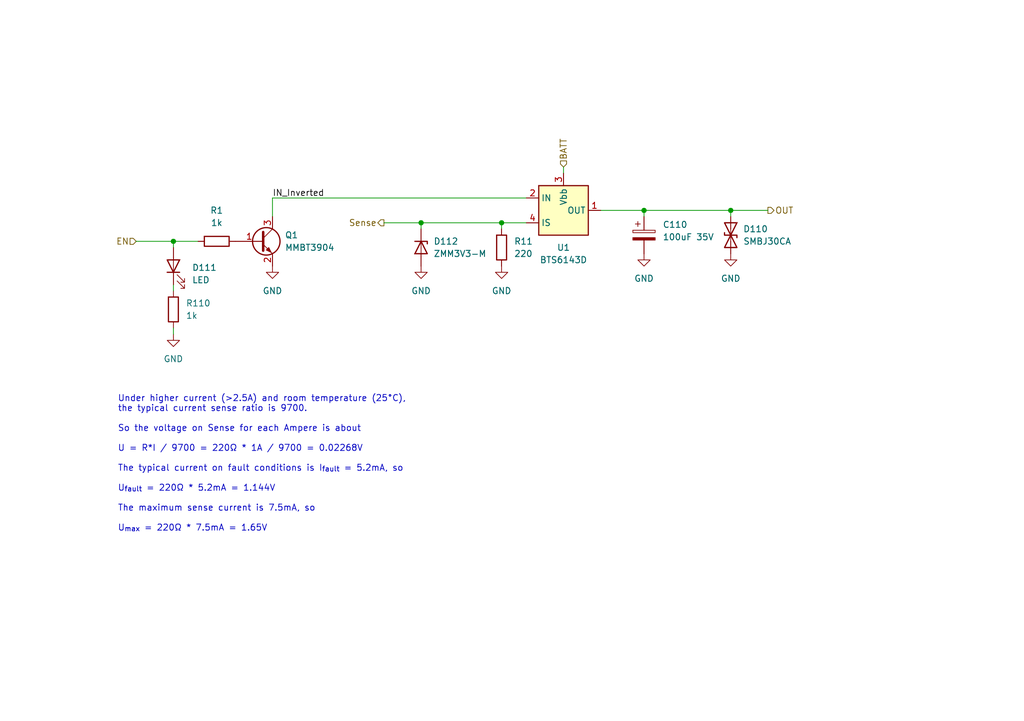
<source format=kicad_sch>
(kicad_sch (version 20230121) (generator eeschema)
  (paper "A5")
  (title_block (title "Output stage") (date "2023-07-05") (company "Raphael Peters"))
  (lib_symbols
    (symbol "Device:C_Polarized" (pin_numbers hide) (pin_names (offset 0.254))
      (property "Reference" "C" (at 0.635 2.54 0))
      (property "Value" "C_Polarized" (at 0.635 -2.54 0))
      (symbol "C_Polarized_0_1"
        (rectangle (start -2.286 0.508) (end 2.286 1.016))
        (polyline (pts (xy -1.778 2.286) (xy -0.762 2.286)))
        (polyline (pts (xy -1.27 2.794) (xy -1.27 1.778)))
        (rectangle (start 2.286 -0.508) (end -2.286 -1.016) (fill (type outline)))
      )
      (symbol "C_Polarized_1_1"
        (pin passive line (at 0 3.81 270) (length 2.794) (name "~") (number "1"))
        (pin passive line (at 0 -3.81 90) (length 2.794) (name "~") (number "2"))
      )
    )
    (symbol "Device:D_TVS" (pin_numbers hide) (pin_names (offset 1.016) hide)
      (property "Reference" "D" (at 0 2.54 0))
      (property "Value" "D_TVS" (at 0 -2.54 0))
      (symbol "D_TVS_0_1"
        (polyline (pts (xy 1.27 0) (xy -1.27 0)))
        (polyline (pts (xy 0.508 1.27) (xy 0 1.27) (xy 0 -1.27) (xy -0.508 -1.27)) (stroke (width 0.254)))
        (polyline (pts (xy -2.54 1.27) (xy -2.54 -1.27) (xy 2.54 1.27) (xy 2.54 -1.27) (xy -2.54 1.27)) (stroke (width 0.254)))
      )
      (symbol "D_TVS_1_1"
        (pin passive line (at -3.81 0 0) (length 2.54) (name "A1") (number "1"))
        (pin passive line (at 3.81 0 180) (length 2.54) (name "A2") (number "2"))
      )
    )
    (symbol "Device:LED" (pin_numbers hide) (pin_names (offset 1.016) hide)
      (property "Reference" "D" (at 0 2.54 0))
      (property "Value" "LED" (at 0 -2.54 0))
      (symbol "LED_0_1"
        (polyline (pts (xy -1.27 -1.27) (xy -1.27 1.27)) (stroke (width 0.254)))
        (polyline (pts (xy -1.27 0) (xy 1.27 0)))
        (polyline (pts (xy 1.27 -1.27) (xy 1.27 1.27) (xy -1.27 0) (xy 1.27 -1.27)) (stroke (width 0.254)))
        (polyline (pts (xy -3.048 -0.762) (xy -4.572 -2.286) (xy -3.81 -2.286) (xy -4.572 -2.286) (xy -4.572 -1.524)))
        (polyline (pts (xy -1.778 -0.762) (xy -3.302 -2.286) (xy -2.54 -2.286) (xy -3.302 -2.286) (xy -3.302 -1.524)))
      )
      (symbol "LED_1_1"
        (pin passive line (at -3.81 0 0) (length 2.54) (name "K") (number "1"))
        (pin passive line (at 3.81 0 180) (length 2.54) (name "A") (number "2"))
      )
    )
    (symbol "Device:R" (pin_numbers hide) (pin_names (offset 0))
      (property "Reference" "R" (at 2.032 0 90))
      (property "Value" "R" (at 0 0 90))
      (symbol "R_0_1"
        (rectangle (start -1.016 -2.54) (end 1.016 2.54) (stroke (width 0.254)))
      )
      (symbol "R_1_1"
        (pin passive line (at 0 3.81 270) (length 1.27) (name "~") (number "1"))
        (pin passive line (at 0 -3.81 90) (length 1.27) (name "~") (number "2"))
      )
    )
    (symbol "Diode:ZMMxx" (pin_numbers hide) (pin_names hide)
      (property "Reference" "D" (at 0 2.54 0))
      (property "Value" "ZMMxx" (at 0 -2.54 0))
      (symbol "ZMMxx_0_1"
        (polyline (pts (xy 1.27 0) (xy -1.27 0)))
        (polyline (pts (xy -1.27 -1.27) (xy -1.27 1.27) (xy -0.762 1.27)) (stroke (width 0.254)))
        (polyline (pts (xy 1.27 -1.27) (xy 1.27 1.27) (xy -1.27 0) (xy 1.27 -1.27)) (stroke (width 0.254)))
      )
      (symbol "ZMMxx_1_1"
        (pin passive line (at -3.81 0 0) (length 2.54) (name "K") (number "1"))
        (pin passive line (at 3.81 0 180) (length 2.54) (name "A") (number "2"))
      )
    )
    (symbol "GND_1" (power) (pin_names (offset 0))
      (property "Value" "GND_1" (at 0 -3.81 0))
      (symbol "GND_1_0_1"
        (polyline (pts (xy 0 0) (xy 0 -1.27) (xy 1.27 -1.27) (xy 0 -2.54) (xy -1.27 -1.27) (xy 0 -1.27)))
      )
      (symbol "GND_1_1_1"
        (pin power_in line (at 0 0 270) (length 0) hide (name "GND") (number "1"))
      )
    )
    (symbol "GND_2" (power) (pin_names (offset 0))
      (property "Value" "GND_2" (at 0 -3.81 0))
      (symbol "GND_2_0_1"
        (polyline (pts (xy 0 0) (xy 0 -1.27) (xy 1.27 -1.27) (xy 0 -2.54) (xy -1.27 -1.27) (xy 0 -1.27)))
      )
      (symbol "GND_2_1_1"
        (pin power_in line (at 0 0 270) (length 0) hide (name "GND") (number "1"))
      )
    )
    (symbol "GND_3" (power) (pin_names (offset 0))
      (property "Value" "GND_3" (at 0 -3.81 0))
      (symbol "GND_3_0_1"
        (polyline (pts (xy 0 0) (xy 0 -1.27) (xy 1.27 -1.27) (xy 0 -2.54) (xy -1.27 -1.27) (xy 0 -1.27)))
      )
      (symbol "GND_3_1_1"
        (pin power_in line (at 0 0 270) (length 0) hide (name "GND") (number "1"))
      )
    )
    (symbol "GND_4" (power) (pin_names (offset 0))
      (property "Value" "GND_4" (at 0 -3.81 0))
      (symbol "GND_4_0_1"
        (polyline (pts (xy 0 0) (xy 0 -1.27) (xy 1.27 -1.27) (xy 0 -2.54) (xy -1.27 -1.27) (xy 0 -1.27)))
      )
      (symbol "GND_4_1_1"
        (pin power_in line (at 0 0 270) (length 0) hide (name "GND") (number "1"))
      )
    )
    (symbol "Power_Management:BTS6143D"
      (property "Reference" "U" (at -5.08 6.35 0))
      (property "Value" "BTS6143D" (at 8.89 6.35 0))
      (symbol "BTS6143D_0_1"
        (rectangle (start -5.08 5.08) (end 5.08 -5.08) (stroke (width 0.254)) (fill (type background)))
      )
      (symbol "BTS6143D_1_1"
        (pin power_out line (at 7.62 0 180) (length 2.54) (name "OUT") (number "1"))
        (pin input line (at -7.62 2.54 0) (length 2.54) (name "IN") (number "2"))
        (pin power_in line (at 0 7.62 270) (length 2.54) (name "Vbb") (number "3"))
        (pin output line (at -7.62 -2.54 0) (length 2.54) (name "IS") (number "4"))
        (pin passive line (at 7.62 0 180) (length 2.54) hide (name "OUT") (number "5"))
      )
    )
    (symbol "Transistor_BJT:MMBT3904" (pin_names (offset 0) hide)
      (property "Reference" "Q" (at 5.08 1.905 0))
      (property "Value" "MMBT3904" (at 5.08 0 0))
      (symbol "MMBT3904_0_1"
        (polyline (pts (xy 0.635 0.635) (xy 2.54 2.54)))
        (polyline (pts (xy 0.635 -0.635) (xy 2.54 -2.54) (xy 2.54 -2.54)))
        (polyline (pts (xy 0.635 1.905) (xy 0.635 -1.905) (xy 0.635 -1.905)) (stroke (width 0.508)))
        (polyline (pts (xy 1.27 -1.778) (xy 1.778 -1.27) (xy 2.286 -2.286) (xy 1.27 -1.778) (xy 1.27 -1.778)) (fill (type outline)))
        (circle (center 1.27 0) (radius 2.8194) (stroke (width 0.254)))
      )
      (symbol "MMBT3904_1_1"
        (pin input line (at -5.08 0 0) (length 5.715) (name "B") (number "1"))
        (pin passive line (at 2.54 -5.08 90) (length 2.54) (name "E") (number "2"))
        (pin passive line (at 2.54 5.08 270) (length 2.54) (name "C") (number "3"))
      )
    )
    (symbol "power:GND" (power) (pin_names (offset 0))
      (property "Value" "GND" (at 0 -3.81 0))
      (symbol "GND_0_1"
        (polyline (pts (xy 0 0) (xy 0 -1.27) (xy 1.27 -1.27) (xy 0 -2.54) (xy -1.27 -1.27) (xy 0 -1.27)))
      )
      (symbol "GND_1_1"
        (pin power_in line (at 0 0 270) (length 0) hide (name "GND") (number "1"))
      )
    )
  )
  (junction (at 132.08 43.18))
  (junction (at 102.87 45.72))
  (junction (at 86.36 45.72))
  (junction (at 35.56 49.53))
  (junction (at 149.86 43.18))
  (wire (pts (xy 27.94 49.53) (xy 35.56 49.53)))
  (wire (pts (xy 149.86 43.18) (xy 157.48 43.18)))
  (wire (pts (xy 35.56 49.53) (xy 35.56 50.8)))
  (wire (pts (xy 149.86 43.18) (xy 132.08 43.18)))
  (wire (pts (xy 102.87 45.72) (xy 107.95 45.72)))
  (wire (pts (xy 86.36 45.72) (xy 102.87 45.72)))
  (wire (pts (xy 35.56 49.53) (xy 40.64 49.53)))
  (wire (pts (xy 78.74 45.72) (xy 86.36 45.72)))
  (wire (pts (xy 86.36 45.72) (xy 86.36 46.99)))
  (wire (pts (xy 132.08 44.45) (xy 132.08 43.18)))
  (wire (pts (xy 35.56 58.42) (xy 35.56 59.69)))
  (wire (pts (xy 102.87 45.72) (xy 102.87 46.99)))
  (wire (pts (xy 123.19 43.18) (xy 132.08 43.18)))
  (wire (pts (xy 55.88 40.64) (xy 107.95 40.64)))
  (wire (pts (xy 55.88 40.64) (xy 55.88 44.45)))
  (wire (pts (xy 149.86 43.18) (xy 149.86 44.45)))
  (wire (pts (xy 115.57 34.29) (xy 115.57 35.56)))
  (wire (pts (xy 35.56 67.31) (xy 35.56 68.58)))
  (text "Under higher current (>2.5A) and room temperature (25°C),\nthe typical current sense ratio is 9700.\n\nSo the voltage on Sense for each Ampere is about\n\nU = R*I / 9700 = 220Ω * 1A / 9700 = 0.02268V\n\nThe typical current on fault conditions is I_{fault} = 5.2mA, so\n\nU_{fault} = 220Ω * 5.2mA = 1.144V\n\nThe maximum sense current is 7.5mA, so\n\nU_{max} = 220Ω * 7.5mA = 1.65V" (at 24.13 109.22 0) (effects (font (size 1.27 1.27)) (justify left bottom)))
  (label "IN_Inverted" (at 55.88 40.64 0))
  (hierarchical_label "Sense" (shape output) (at 78.74 45.72 180))
  (hierarchical_label "EN" (shape input) (at 27.94 49.53 180))
  (hierarchical_label "BATT" (shape input) (at 115.57 34.29 90))
  (hierarchical_label "OUT" (shape output) (at 157.48 43.18 0))
  (symbol (lib_name "GND_3") (lib_id "power:GND") (at 35.56 68.58 0) (unit 1)
    (property "Reference" "#PWR015" (effects hide))
    (property "Value" "GND" (at 35.56 73.66 0))
    (instances (project "buslight" (path "" (reference "#PWR015") (unit 1)) (path "" (reference "#PWR028") (unit 1)) (path "" (reference "#PWR029") (unit 1)) (path "" (reference "#PWR030") (unit 1)) (path "" (reference "#PWR031") (unit 1))))
  )
  (symbol (lib_name "GND_4") (lib_id "power:GND") (at 86.36 54.61 0) (unit 1)
    (property "Reference" "#PWR033" (effects hide))
    (property "Value" "GND" (at 86.36 59.69 0))
    (instances (project "buslight" (path "" (reference "#PWR033") (unit 1)) (path "" (reference "#PWR034") (unit 1)) (path "" (reference "#PWR035") (unit 1)) (path "" (reference "#PWR036") (unit 1)) (path "" (reference "#PWR037") (unit 1))))
  )
  (symbol (lib_id "Device:R") (at 44.45 49.53 270) (unit 1)
    (property "Reference" "R1" (at 44.45 43.18 90))
    (property "Value" "1k" (at 44.45 45.72 90))
    (property "Footprint" "Resistor_SMD:R_0603_1608Metric_Pad0.98x0.95mm_HandSolder" (effects hide))
    (property "LCSC" "C21190" (effects hide))
    (instances (project "buslight" (path "" (reference "R1") (unit 1)) (path "" (reference "R112") (unit 1)) (path "" (reference "R122") (unit 1)) (path "" (reference "R132") (unit 1)) (path "" (reference "R142") (unit 1)) (path "" (reference "R152") (unit 1))))
  )
  (symbol (lib_name "GND_1") (lib_id "power:GND") (at 132.08 52.07 0) (unit 1)
    (property "Reference" "#PWR016" (effects hide))
    (property "Value" "GND" (at 132.08 57.15 0))
    (instances (project "buslight" (path "" (reference "#PWR016") (unit 1)) (path "" (reference "#PWR017") (unit 1)) (path "" (reference "#PWR018") (unit 1)) (path "" (reference "#PWR019") (unit 1)) (path "" (reference "#PWR020") (unit 1))))
  )
  (symbol (lib_id "power:GND") (at 102.87 54.61 0) (unit 1)
    (property "Reference" "#PWR0102" (effects hide))
    (property "Value" "GND" (at 102.87 59.69 0))
    (instances (project "buslight" (path "" (reference "#PWR0102") (unit 1)) (path "" (reference "#PWR02") (unit 1)) (path "" (reference "#PWR05") (unit 1)) (path "" (reference "#PWR08") (unit 1)) (path "" (reference "#PWR011") (unit 1)) (path "" (reference "#PWR014") (unit 1))))
  )
  (symbol (lib_id "power:GND") (at 55.88 54.61 0) (unit 1)
    (property "Reference" "#PWR0104" (effects hide))
    (property "Value" "GND" (at 55.88 59.69 0))
    (instances (project "buslight" (path "" (reference "#PWR0104") (unit 1)) (path "" (reference "#PWR01") (unit 1)) (path "" (reference "#PWR04") (unit 1)) (path "" (reference "#PWR07") (unit 1)) (path "" (reference "#PWR010") (unit 1)) (path "" (reference "#PWR013") (unit 1))))
  )
  (symbol (lib_id "Device:C_Polarized") (at 132.08 48.26 0) (unit 1)
    (property "Reference" "C110" (at 135.89 46.101 0) (effects (justify left)))
    (property "Value" "100uF 35V" (at 135.89 48.641 0) (effects (justify left)))
    (property "Footprint" "Capacitor_SMD:CP_Elec_6.3x7.7" (effects hide))
    (property "LCSC" "C125975" (effects hide))
    (instances (project "buslight" (path "" (reference "C110") (unit 1)) (path "" (reference "C120") (unit 1)) (path "" (reference "C130") (unit 1)) (path "" (reference "C140") (unit 1)) (path "" (reference "C150") (unit 1))))
  )
  (symbol (lib_id "Transistor_BJT:MMBT3904") (at 53.34 49.53 0) (unit 1)
    (property "Reference" "Q1" (at 58.42 48.26 0) (effects (justify left)))
    (property "Value" "MMBT3904" (at 58.42 50.8 0) (effects (justify left)))
    (property "Footprint" "Package_TO_SOT_SMD:SOT-23_Handsoldering" (effects hide))
    (property "Datasheet" "https://www.onsemi.com/pub/Collateral/2N3903-D.PDF" (effects hide))
    (property "LCSC" "C20526" (effects hide))
    (instances (project "buslight" (path "" (reference "Q1") (unit 1)) (path "" (reference "Q110") (unit 1)) (path "" (reference "Q120") (unit 1)) (path "" (reference "Q130") (unit 1)) (path "" (reference "Q140") (unit 1)) (path "" (reference "Q150") (unit 1))))
  )
  (symbol (lib_id "Power_Management:BTS6143D") (at 115.57 43.18 0) (unit 1)
    (property "Reference" "U1" (at 115.57 50.8 0))
    (property "Value" "BTS6143D" (at 115.57 53.34 0))
    (property "Footprint" "Package_TO_SOT_SMD:TO-252-4" (effects hide))
    (property "Datasheet" "http://www.infineon.com/dgdl/Infineon-BTS6143D-DS-v01_00-EN.pdf?fileId=5546d4625a888733015aa3da10821022" (effects hide))
    (property "LCSC" "C95232" (effects hide))
    (instances (project "buslight" (path "" (reference "U1") (unit 1)) (path "" (reference "U110") (unit 1)) (path "" (reference "U120") (unit 1)) (path "" (reference "U130") (unit 1)) (path "" (reference "U140") (unit 1)) (path "" (reference "U150") (unit 1))))
  )
  (symbol (lib_id "Device:R") (at 102.87 50.8 0) (unit 1)
    (property "Reference" "R11" (at 105.41 49.53 0) (effects (justify left)))
    (property "Value" "220" (at 105.41 52.07 0) (effects (justify left)))
    (property "Footprint" "Resistor_SMD:R_0805_2012Metric_Pad1.20x1.40mm_HandSolder" (effects hide))
    (property "LCSC" "C17557" (effects hide))
    (instances (project "buslight" (path "" (reference "R11") (unit 1)) (path "" (reference "R111") (unit 1)) (path "" (reference "R121") (unit 1)) (path "" (reference "R131") (unit 1)) (path "" (reference "R141") (unit 1)) (path "" (reference "R151") (unit 1))))
  )
  (symbol (lib_name "GND_2") (lib_id "power:GND") (at 149.86 52.07 0) (unit 1)
    (property "Reference" "#PWR021" (effects hide))
    (property "Value" "GND" (at 149.86 57.15 0))
    (instances (project "buslight" (path "" (reference "#PWR021") (unit 1)) (path "" (reference "#PWR022") (unit 1)) (path "" (reference "#PWR023") (unit 1)) (path "" (reference "#PWR024") (unit 1)) (path "" (reference "#PWR025") (unit 1))))
  )
  (symbol (lib_id "Diode:ZMMxx") (at 86.36 50.8 270) (unit 1)
    (property "Reference" "D112" (at 88.9 49.53 90) (effects (justify left)))
    (property "Value" "ZMM3V3-M" (at 88.9 52.07 90) (effects (justify left)))
    (property "Footprint" "Diode_SMD:D_MiniMELF" (effects hide))
    (property "Datasheet" "https://diotec.com/tl_files/diotec/files/pdf/datasheets/zmm1.pdf" (effects hide))
    (property "LCSC" "C8056" (effects hide))
    (instances (project "buslight" (path "" (reference "D112") (unit 1)) (path "" (reference "D122") (unit 1)) (path "" (reference "D132") (unit 1)) (path "" (reference "D142") (unit 1)) (path "" (reference "D152") (unit 1))))
  )
  (symbol (lib_id "Device:R") (at 35.56 63.5 180) (unit 1)
    (property "Reference" "R110" (at 38.1 62.23 0) (effects (justify right)))
    (property "Value" "1k" (at 38.1 64.77 0) (effects (justify right)))
    (property "Footprint" "Resistor_SMD:R_0603_1608Metric_Pad0.98x0.95mm_HandSolder" (effects hide))
    (instances (project "buslight" (path "" (reference "R110") (unit 1)) (path "" (reference "R120") (unit 1)) (path "" (reference "R130") (unit 1)) (path "" (reference "R140") (unit 1)) (path "" (reference "R150") (unit 1))))
  )
  (symbol (lib_id "Device:D_TVS") (at 149.86 48.26 270) (unit 1)
    (property "Reference" "D110" (at 152.4 46.99 90) (effects (justify left)))
    (property "Value" "SMBJ30CA" (at 152.4 49.53 90) (effects (justify left)))
    (property "Footprint" "Diode_SMD:D_SMB" (effects hide))
    (property "LCSC" "C2925441" (effects hide))
    (instances (project "buslight" (path "" (reference "D110") (unit 1)) (path "" (reference "D120") (unit 1)) (path "" (reference "D130") (unit 1)) (path "" (reference "D140") (unit 1)) (path "" (reference "D150") (unit 1))))
  )
  (symbol (lib_id "Device:LED") (at 35.56 54.61 90) (unit 1)
    (property "Reference" "D111" (at 39.37 54.9275 90) (effects (justify right)))
    (property "Value" "LED" (at 39.37 57.4675 90) (effects (justify right)))
    (property "Footprint" "LED_SMD:LED_0805_2012Metric_Pad1.15x1.40mm_HandSolder" (effects hide))
    (instances (project "buslight" (path "" (reference "D111") (unit 1)) (path "" (reference "D121") (unit 1)) (path "" (reference "D131") (unit 1)) (path "" (reference "D141") (unit 1)) (path "" (reference "D151") (unit 1))))
  )
)
</source>
